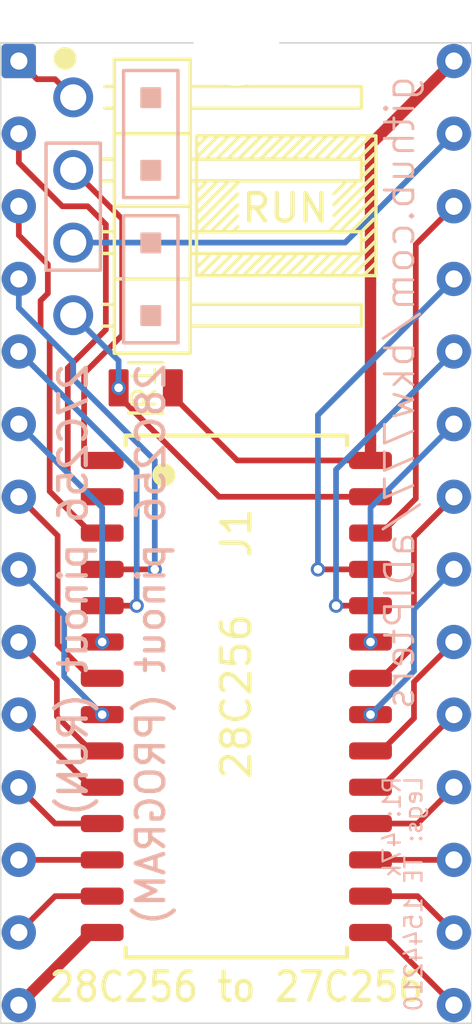
<source format=kicad_pcb>
(kicad_pcb (version 20171130) (host pcbnew 5.1.9-73d0e3b20d~88~ubuntu20.10.1)

  (general
    (thickness 1.6)
    (drawings 84)
    (tracks 110)
    (zones 0)
    (modules 5)
    (nets 31)
  )

  (page USLetter)
  (title_block
    (title "28C256 SOIC to 27C256 DIP")
    (date 2021-03-16)
    (rev 004)
    (company "Bran. K. White - b.kenyon.w@gmail.com")
  )

  (layers
    (0 F.Cu signal)
    (31 B.Cu signal)
    (32 B.Adhes user hide)
    (33 F.Adhes user hide)
    (34 B.Paste user hide)
    (35 F.Paste user hide)
    (36 B.SilkS user)
    (37 F.SilkS user)
    (38 B.Mask user hide)
    (39 F.Mask user hide)
    (40 Dwgs.User user hide)
    (41 Cmts.User user hide)
    (42 Eco1.User user hide)
    (43 Eco2.User user hide)
    (44 Edge.Cuts user)
    (45 Margin user hide)
    (46 B.CrtYd user hide)
    (47 F.CrtYd user hide)
    (48 B.Fab user hide)
    (49 F.Fab user hide)
  )

  (setup
    (last_trace_width 0.2)
    (user_trace_width 0.4)
    (trace_clearance 0.2)
    (zone_clearance 0.2)
    (zone_45_only no)
    (trace_min 0.2)
    (via_size 0.5)
    (via_drill 0.3)
    (via_min_size 0.5)
    (via_min_drill 0.3)
    (user_via 0.92 0.4)
    (uvia_size 0.5)
    (uvia_drill 0.3)
    (uvias_allowed no)
    (uvia_min_size 0.5)
    (uvia_min_drill 0.3)
    (edge_width 0.05)
    (segment_width 0.2)
    (pcb_text_width 0.3)
    (pcb_text_size 1.5 1.5)
    (mod_edge_width 0.12)
    (mod_text_size 1 1)
    (mod_text_width 0.15)
    (pad_size 2 2)
    (pad_drill 2)
    (pad_to_mask_clearance 0)
    (solder_mask_min_width 0.22)
    (aux_axis_origin 0 0)
    (grid_origin 136.03 103.81)
    (visible_elements FFFFFF7F)
    (pcbplotparams
      (layerselection 0x010f0_ffffffff)
      (usegerberextensions true)
      (usegerberattributes false)
      (usegerberadvancedattributes false)
      (creategerberjobfile false)
      (excludeedgelayer true)
      (linewidth 0.100000)
      (plotframeref false)
      (viasonmask false)
      (mode 1)
      (useauxorigin false)
      (hpglpennumber 1)
      (hpglpenspeed 20)
      (hpglpendiameter 15.000000)
      (psnegative false)
      (psa4output false)
      (plotreference true)
      (plotvalue true)
      (plotinvisibletext false)
      (padsonsilk false)
      (subtractmaskfromsilk true)
      (outputformat 1)
      (mirror false)
      (drillshape 0)
      (scaleselection 1)
      (outputdirectory "GERBER_28C256_to_27C256_004"))
  )

  (net 0 "")
  (net 1 /VCC)
  (net 2 /GND)
  (net 3 /A14)
  (net 4 /D2)
  (net 5 /A13)
  (net 6 /D1)
  (net 7 /A8)
  (net 8 /D0)
  (net 9 /A9)
  (net 10 /A0)
  (net 11 /A11)
  (net 12 /A1)
  (net 13 /~OE)
  (net 14 /A2)
  (net 15 /A10)
  (net 16 /A3)
  (net 17 /~CE)
  (net 18 /A4)
  (net 19 /D7)
  (net 20 /A5)
  (net 21 /D6)
  (net 22 /A6)
  (net 23 /D5)
  (net 24 /A7)
  (net 25 /D4)
  (net 26 /A12)
  (net 27 /D3)
  (net 28 /~WE)
  (net 29 /A14_WE)
  (net 30 /NC_A14)

  (net_class Default "This is the default net class."
    (clearance 0.2)
    (trace_width 0.2)
    (via_dia 0.5)
    (via_drill 0.3)
    (uvia_dia 0.5)
    (uvia_drill 0.3)
    (add_net /A0)
    (add_net /A1)
    (add_net /A10)
    (add_net /A11)
    (add_net /A12)
    (add_net /A13)
    (add_net /A14)
    (add_net /A14_WE)
    (add_net /A2)
    (add_net /A3)
    (add_net /A4)
    (add_net /A5)
    (add_net /A6)
    (add_net /A7)
    (add_net /A8)
    (add_net /A9)
    (add_net /D0)
    (add_net /D1)
    (add_net /D2)
    (add_net /D3)
    (add_net /D4)
    (add_net /D5)
    (add_net /D6)
    (add_net /D7)
    (add_net /GND)
    (add_net /NC_A14)
    (add_net /VCC)
    (add_net /~CE)
    (add_net /~OE)
    (add_net /~WE)
  )

  (module 000_LOCAL:R_0805 (layer F.Cu) (tedit 5F9E65BE) (tstamp 60516C21)
    (at 132.855 98.73)
    (descr "Resistor SMD 0805, reflow soldering, Vishay (see dcrcw.pdf)")
    (tags "resistor 0805")
    (path /5E5D421C)
    (attr smd)
    (fp_text reference R1 (at -0.05 -0.02 -90) (layer F.SilkS)
      (effects (font (size 0.8 0.8) (thickness 0.1)))
    )
    (fp_text value 47k (at 0 1.75) (layer F.Fab)
      (effects (font (size 1 1) (thickness 0.15)))
    )
    (fp_line (start 1.55 0.9) (end -1.55 0.9) (layer F.CrtYd) (width 0.05))
    (fp_line (start 1.55 0.9) (end 1.55 -0.9) (layer F.CrtYd) (width 0.05))
    (fp_line (start -1.55 -0.9) (end -1.55 0.9) (layer F.CrtYd) (width 0.05))
    (fp_line (start -1.55 -0.9) (end 1.55 -0.9) (layer F.CrtYd) (width 0.05))
    (fp_line (start -0.6 -0.88) (end 0.6 -0.88) (layer F.SilkS) (width 0.12))
    (fp_line (start 0.6 0.88) (end -0.6 0.88) (layer F.SilkS) (width 0.12))
    (fp_line (start -1 -0.62) (end 1 -0.62) (layer F.Fab) (width 0.1))
    (fp_line (start 1 -0.62) (end 1 0.62) (layer F.Fab) (width 0.1))
    (fp_line (start 1 0.62) (end -1 0.62) (layer F.Fab) (width 0.1))
    (fp_line (start -1 0.62) (end -1 -0.62) (layer F.Fab) (width 0.1))
    (fp_text user %R (at 0 0) (layer F.Fab)
      (effects (font (size 0.5 0.5) (thickness 0.075)))
    )
    (pad 1 smd roundrect (at -0.95 0) (size 0.7 1.3) (layers F.Cu F.Paste F.Mask) (roundrect_rratio 0.1)
      (net 28 /~WE))
    (pad 2 smd roundrect (at 0.95 0) (size 0.7 1.3) (layers F.Cu F.Paste F.Mask) (roundrect_rratio 0.1)
      (net 1 /VCC))
    (model ${KIPRJMOD}/000_LOCAL.pretty/packages3d/R_0805_2012Metric.step
      (at (xyz 0 0 0))
      (scale (xyz 1 1 1))
      (rotate (xyz 0 0 0))
    )
  )

  (module 000_LOCAL:DIP28_0.6_pcb_sil_pins (layer F.Cu) (tedit 5FC98BE5) (tstamp 5E63CDBB)
    (at 136.03 103.81)
    (descr "28-lead though-hole mounted DIP package, row spacing 15.24 mm (600 mils)")
    (tags "THT DIP DIL PDIP 2.54mm 15.24mm 600mil")
    (path /5E5C209E)
    (fp_text reference J1 (at 0 0 -90) (layer F.SilkS)
      (effects (font (size 1 1) (thickness 0.15)))
    )
    (fp_text value "27C256 DIP LEGS" (at -1.5 0 -90) (layer F.Fab)
      (effects (font (size 1 1) (thickness 0.15)))
    )
    (fp_line (start 8.22 -17.11) (end -8.22 -17.11) (layer F.CrtYd) (width 0.01))
    (fp_line (start 8.22 17.11) (end 8.22 -17.11) (layer F.CrtYd) (width 0.01))
    (fp_line (start -8.22 17.11) (end 8.22 17.11) (layer F.CrtYd) (width 0.01))
    (fp_line (start -8.22 -17.11) (end -8.22 17.11) (layer F.CrtYd) (width 0.01))
    (fp_text user %R (at 0 0 -90) (layer F.Fab)
      (effects (font (size 1 1) (thickness 0.15)))
    )
    (pad 1 thru_hole roundrect (at -7.62 -16.51) (size 1.2 1.2) (drill 0.6) (layers *.Cu *.Mask) (roundrect_rratio 0.1)
      (net 30 /NC_A14))
    (pad 15 thru_hole circle (at 7.62 16.51) (size 1.2 1.2) (drill 0.6) (layers *.Cu *.Mask)
      (net 27 /D3))
    (pad 2 thru_hole circle (at -7.62 -13.97) (size 1.2 1.2) (drill 0.6) (layers *.Cu *.Mask)
      (net 26 /A12))
    (pad 16 thru_hole circle (at 7.62 13.97) (size 1.2 1.2) (drill 0.6) (layers *.Cu *.Mask)
      (net 25 /D4))
    (pad 3 thru_hole circle (at -7.62 -11.43) (size 1.2 1.2) (drill 0.6) (layers *.Cu *.Mask)
      (net 24 /A7))
    (pad 17 thru_hole circle (at 7.62 11.43) (size 1.2 1.2) (drill 0.6) (layers *.Cu *.Mask)
      (net 23 /D5))
    (pad 4 thru_hole circle (at -7.62 -8.89) (size 1.2 1.2) (drill 0.6) (layers *.Cu *.Mask)
      (net 22 /A6))
    (pad 18 thru_hole circle (at 7.62 8.89) (size 1.2 1.2) (drill 0.6) (layers *.Cu *.Mask)
      (net 21 /D6))
    (pad 5 thru_hole circle (at -7.62 -6.35) (size 1.2 1.2) (drill 0.6) (layers *.Cu *.Mask)
      (net 20 /A5))
    (pad 19 thru_hole circle (at 7.62 6.35) (size 1.2 1.2) (drill 0.6) (layers *.Cu *.Mask)
      (net 19 /D7))
    (pad 6 thru_hole circle (at -7.62 -3.81) (size 1.2 1.2) (drill 0.6) (layers *.Cu *.Mask)
      (net 18 /A4))
    (pad 20 thru_hole circle (at 7.62 3.81) (size 1.2 1.2) (drill 0.6) (layers *.Cu *.Mask)
      (net 17 /~CE))
    (pad 7 thru_hole circle (at -7.62 -1.27) (size 1.2 1.2) (drill 0.6) (layers *.Cu *.Mask)
      (net 16 /A3))
    (pad 21 thru_hole circle (at 7.62 1.27) (size 1.2 1.2) (drill 0.6) (layers *.Cu *.Mask)
      (net 15 /A10))
    (pad 8 thru_hole circle (at -7.62 1.27) (size 1.2 1.2) (drill 0.6) (layers *.Cu *.Mask)
      (net 14 /A2))
    (pad 22 thru_hole circle (at 7.62 -1.27) (size 1.2 1.2) (drill 0.6) (layers *.Cu *.Mask)
      (net 13 /~OE))
    (pad 9 thru_hole circle (at -7.62 3.81) (size 1.2 1.2) (drill 0.6) (layers *.Cu *.Mask)
      (net 12 /A1))
    (pad 23 thru_hole circle (at 7.62 -3.81) (size 1.2 1.2) (drill 0.6) (layers *.Cu *.Mask)
      (net 11 /A11))
    (pad 10 thru_hole circle (at -7.62 6.35) (size 1.2 1.2) (drill 0.6) (layers *.Cu *.Mask)
      (net 10 /A0))
    (pad 24 thru_hole circle (at 7.62 -6.35) (size 1.2 1.2) (drill 0.6) (layers *.Cu *.Mask)
      (net 9 /A9))
    (pad 11 thru_hole circle (at -7.62 8.89) (size 1.2 1.2) (drill 0.6) (layers *.Cu *.Mask)
      (net 8 /D0))
    (pad 25 thru_hole circle (at 7.62 -8.89) (size 1.2 1.2) (drill 0.6) (layers *.Cu *.Mask)
      (net 7 /A8))
    (pad 12 thru_hole circle (at -7.62 11.43) (size 1.2 1.2) (drill 0.6) (layers *.Cu *.Mask)
      (net 6 /D1))
    (pad 26 thru_hole circle (at 7.62 -11.43) (size 1.2 1.2) (drill 0.6) (layers *.Cu *.Mask)
      (net 5 /A13))
    (pad 13 thru_hole circle (at -7.62 13.97) (size 1.2 1.2) (drill 0.6) (layers *.Cu *.Mask)
      (net 4 /D2))
    (pad 27 thru_hole circle (at 7.62 -13.97) (size 1.2 1.2) (drill 0.6) (layers *.Cu *.Mask)
      (net 29 /A14_WE))
    (pad 14 thru_hole circle (at -7.62 16.51) (size 1.2 1.2) (drill 0.6) (layers *.Cu *.Mask)
      (net 2 /GND))
    (pad 28 thru_hole circle (at 7.62 -16.51) (size 1.2 1.2) (drill 0.6) (layers *.Cu *.Mask)
      (net 1 /VCC))
    (model ${KIPRJMOD}/000_LOCAL.pretty/packages3d/DIL_LEG.step
      (offset (xyz -7.62 16.51 0.18))
      (scale (xyz 1 1 1))
      (rotate (xyz 0 0 0))
    )
    (model ${KIPRJMOD}/000_LOCAL.pretty/packages3d/DIL_LEG.step
      (offset (xyz -7.62 13.97 0.18))
      (scale (xyz 1 1 1))
      (rotate (xyz 0 0 0))
    )
    (model ${KIPRJMOD}/000_LOCAL.pretty/packages3d/DIL_LEG.step
      (offset (xyz -7.62 11.43 0.18))
      (scale (xyz 1 1 1))
      (rotate (xyz 0 0 0))
    )
    (model ${KIPRJMOD}/000_LOCAL.pretty/packages3d/DIL_LEG.step
      (offset (xyz -7.62 8.890000000000001 0.18))
      (scale (xyz 1 1 1))
      (rotate (xyz 0 0 0))
    )
    (model ${KIPRJMOD}/000_LOCAL.pretty/packages3d/DIL_LEG.step
      (offset (xyz -7.62 6.35 0.18))
      (scale (xyz 1 1 1))
      (rotate (xyz 0 0 0))
    )
    (model ${KIPRJMOD}/000_LOCAL.pretty/packages3d/DIL_LEG.step
      (offset (xyz -7.62 3.81 0.18))
      (scale (xyz 1 1 1))
      (rotate (xyz 0 0 0))
    )
    (model ${KIPRJMOD}/000_LOCAL.pretty/packages3d/DIL_LEG.step
      (offset (xyz -7.62 1.27 0.18))
      (scale (xyz 1 1 1))
      (rotate (xyz 0 0 0))
    )
    (model ${KIPRJMOD}/000_LOCAL.pretty/packages3d/DIL_LEG.step
      (offset (xyz -7.62 -1.27 0.18))
      (scale (xyz 1 1 1))
      (rotate (xyz 0 0 0))
    )
    (model ${KIPRJMOD}/000_LOCAL.pretty/packages3d/DIL_LEG.step
      (offset (xyz -7.62 -3.81 0.18))
      (scale (xyz 1 1 1))
      (rotate (xyz 0 0 0))
    )
    (model ${KIPRJMOD}/000_LOCAL.pretty/packages3d/DIL_LEG.step
      (offset (xyz -7.62 -6.35 0.18))
      (scale (xyz 1 1 1))
      (rotate (xyz 0 0 0))
    )
    (model ${KIPRJMOD}/000_LOCAL.pretty/packages3d/DIL_LEG.step
      (offset (xyz -7.62 -8.890000000000001 0.18))
      (scale (xyz 1 1 1))
      (rotate (xyz 0 0 0))
    )
    (model ${KIPRJMOD}/000_LOCAL.pretty/packages3d/DIL_LEG.step
      (offset (xyz -7.62 -11.43 0.18))
      (scale (xyz 1 1 1))
      (rotate (xyz 0 0 0))
    )
    (model ${KIPRJMOD}/000_LOCAL.pretty/packages3d/DIL_LEG.step
      (offset (xyz -7.62 -13.97 0.18))
      (scale (xyz 1 1 1))
      (rotate (xyz 0 0 0))
    )
    (model ${KIPRJMOD}/000_LOCAL.pretty/packages3d/DIL_LEG.step
      (offset (xyz -7.62 -16.51 0.18))
      (scale (xyz 1 1 1))
      (rotate (xyz 0 0 0))
    )
    (model ${KIPRJMOD}/000_LOCAL.pretty/packages3d/DIL_LEG.step
      (offset (xyz 7.62 -16.51 0.18))
      (scale (xyz 1 1 1))
      (rotate (xyz 0 0 0))
    )
    (model ${KIPRJMOD}/000_LOCAL.pretty/packages3d/DIL_LEG.step
      (offset (xyz 7.62 -13.97 0.18))
      (scale (xyz 1 1 1))
      (rotate (xyz 0 0 0))
    )
    (model ${KIPRJMOD}/000_LOCAL.pretty/packages3d/DIL_LEG.step
      (offset (xyz 7.62 -11.43 0.18))
      (scale (xyz 1 1 1))
      (rotate (xyz 0 0 0))
    )
    (model ${KIPRJMOD}/000_LOCAL.pretty/packages3d/DIL_LEG.step
      (offset (xyz 7.62 -8.890000000000001 0.18))
      (scale (xyz 1 1 1))
      (rotate (xyz 0 0 0))
    )
    (model ${KIPRJMOD}/000_LOCAL.pretty/packages3d/DIL_LEG.step
      (offset (xyz 7.62 -6.35 0.18))
      (scale (xyz 1 1 1))
      (rotate (xyz 0 0 0))
    )
    (model ${KIPRJMOD}/000_LOCAL.pretty/packages3d/DIL_LEG.step
      (offset (xyz 7.62 -3.81 0.18))
      (scale (xyz 1 1 1))
      (rotate (xyz 0 0 0))
    )
    (model ${KIPRJMOD}/000_LOCAL.pretty/packages3d/DIL_LEG.step
      (offset (xyz 7.62 -1.27 0.18))
      (scale (xyz 1 1 1))
      (rotate (xyz 0 0 0))
    )
    (model ${KIPRJMOD}/000_LOCAL.pretty/packages3d/DIL_LEG.step
      (offset (xyz 7.62 1.27 0.18))
      (scale (xyz 1 1 1))
      (rotate (xyz 0 0 0))
    )
    (model ${KIPRJMOD}/000_LOCAL.pretty/packages3d/DIL_LEG.step
      (offset (xyz 7.62 3.81 0.18))
      (scale (xyz 1 1 1))
      (rotate (xyz 0 0 0))
    )
    (model ${KIPRJMOD}/000_LOCAL.pretty/packages3d/DIL_LEG.step
      (offset (xyz 7.62 6.35 0.18))
      (scale (xyz 1 1 1))
      (rotate (xyz 0 0 0))
    )
    (model ${KIPRJMOD}/000_LOCAL.pretty/packages3d/DIL_LEG.step
      (offset (xyz 7.62 8.890000000000001 0.18))
      (scale (xyz 1 1 1))
      (rotate (xyz 0 0 0))
    )
    (model ${KIPRJMOD}/000_LOCAL.pretty/packages3d/DIL_LEG.step
      (offset (xyz 7.62 11.43 0.18))
      (scale (xyz 1 1 1))
      (rotate (xyz 0 0 0))
    )
    (model ${KIPRJMOD}/000_LOCAL.pretty/packages3d/DIL_LEG.step
      (offset (xyz 7.62 13.97 0.18))
      (scale (xyz 1 1 1))
      (rotate (xyz 0 0 0))
    )
    (model ${KIPRJMOD}/000_LOCAL.pretty/packages3d/DIL_LEG.step
      (offset (xyz 7.62 16.51 0.18))
      (scale (xyz 1 1 1))
      (rotate (xyz 0 0 0))
    )
  )

  (module 000_LOCAL:NPTH_3mm (layer F.Cu) (tedit 5F9F8D8C) (tstamp 5FCA0316)
    (at 136.03 86.665)
    (fp_text reference REF** (at 0 2.54) (layer F.SilkS) hide
      (effects (font (size 1.27 1.27) (thickness 0.127)))
    )
    (fp_text value NPTH_3mm (at 0 -2.54) (layer F.Fab)
      (effects (font (size 1.27 1.27) (thickness 0.0127)))
    )
    (pad "" np_thru_hole circle (at 0 0) (size 3 3) (drill 3) (layers *.Cu *.Mask))
  )

  (module 000_LOCAL:Pin_Header_Angled_1x04_Pitch2.54mm (layer F.Cu) (tedit 5E5EFA6B) (tstamp 5E63481E)
    (at 130.315 88.57)
    (descr "Through hole angled pin header, 1x04, 2.54mm pitch, 6mm pin length, single row")
    (tags "Through hole angled pin header THT 1x04 2.54mm single row")
    (path /5E638C0C)
    (fp_text reference JP1 (at 4.385 -2.27) (layer F.SilkS) hide
      (effects (font (size 1 1) (thickness 0.15)))
    )
    (fp_text value Jumper_3_Bridged12 (at 4.385 9.89) (layer F.Fab)
      (effects (font (size 1 1) (thickness 0.15)))
    )
    (fp_line (start 2.135 -1.27) (end 4.04 -1.27) (layer F.Fab) (width 0.1))
    (fp_line (start 4.04 -1.27) (end 4.04 8.89) (layer F.Fab) (width 0.1))
    (fp_line (start 4.04 8.89) (end 1.5 8.89) (layer F.Fab) (width 0.1))
    (fp_line (start 1.5 8.89) (end 1.5 -0.635) (layer F.Fab) (width 0.1))
    (fp_line (start 1.5 -0.635) (end 2.135 -1.27) (layer F.Fab) (width 0.1))
    (fp_line (start -0.32 -0.32) (end 1.5 -0.32) (layer F.Fab) (width 0.1))
    (fp_line (start -0.32 -0.32) (end -0.32 0.32) (layer F.Fab) (width 0.1))
    (fp_line (start -0.32 0.32) (end 1.5 0.32) (layer F.Fab) (width 0.1))
    (fp_line (start 4.04 -0.32) (end 10.04 -0.32) (layer F.Fab) (width 0.1))
    (fp_line (start 10.04 -0.32) (end 10.04 0.32) (layer F.Fab) (width 0.1))
    (fp_line (start 4.04 0.32) (end 10.04 0.32) (layer F.Fab) (width 0.1))
    (fp_line (start -0.32 2.22) (end 1.5 2.22) (layer F.Fab) (width 0.1))
    (fp_line (start -0.32 2.22) (end -0.32 2.86) (layer F.Fab) (width 0.1))
    (fp_line (start -0.32 2.86) (end 1.5 2.86) (layer F.Fab) (width 0.1))
    (fp_line (start 4.04 2.22) (end 10.04 2.22) (layer F.Fab) (width 0.1))
    (fp_line (start 10.04 2.22) (end 10.04 2.86) (layer F.Fab) (width 0.1))
    (fp_line (start 4.04 2.86) (end 10.04 2.86) (layer F.Fab) (width 0.1))
    (fp_line (start -0.32 4.76) (end 1.5 4.76) (layer F.Fab) (width 0.1))
    (fp_line (start -0.32 4.76) (end -0.32 5.4) (layer F.Fab) (width 0.1))
    (fp_line (start -0.32 5.4) (end 1.5 5.4) (layer F.Fab) (width 0.1))
    (fp_line (start 4.04 4.76) (end 10.04 4.76) (layer F.Fab) (width 0.1))
    (fp_line (start 10.04 4.76) (end 10.04 5.4) (layer F.Fab) (width 0.1))
    (fp_line (start 4.04 5.4) (end 10.04 5.4) (layer F.Fab) (width 0.1))
    (fp_line (start -0.32 7.3) (end 1.5 7.3) (layer F.Fab) (width 0.1))
    (fp_line (start -0.32 7.3) (end -0.32 7.94) (layer F.Fab) (width 0.1))
    (fp_line (start -0.32 7.94) (end 1.5 7.94) (layer F.Fab) (width 0.1))
    (fp_line (start 4.04 7.3) (end 10.04 7.3) (layer F.Fab) (width 0.1))
    (fp_line (start 10.04 7.3) (end 10.04 7.94) (layer F.Fab) (width 0.1))
    (fp_line (start 4.04 7.94) (end 10.04 7.94) (layer F.Fab) (width 0.1))
    (fp_line (start 1.44 -1.33) (end 1.44 8.95) (layer F.SilkS) (width 0.12))
    (fp_line (start 1.44 8.95) (end 4.1 8.95) (layer F.SilkS) (width 0.12))
    (fp_line (start 4.1 8.95) (end 4.1 -1.33) (layer F.SilkS) (width 0.12))
    (fp_line (start 4.1 -1.33) (end 1.44 -1.33) (layer F.SilkS) (width 0.12))
    (fp_line (start 4.1 -0.38) (end 10.1 -0.38) (layer F.SilkS) (width 0.12))
    (fp_line (start 10.1 -0.38) (end 10.1 0.38) (layer F.SilkS) (width 0.12))
    (fp_line (start 10.1 0.38) (end 4.1 0.38) (layer F.SilkS) (width 0.12))
    (fp_line (start 1.11 -0.38) (end 1.44 -0.38) (layer F.SilkS) (width 0.12))
    (fp_line (start 1.11 0.38) (end 1.44 0.38) (layer F.SilkS) (width 0.12))
    (fp_line (start 1.44 1.27) (end 4.1 1.27) (layer F.SilkS) (width 0.12))
    (fp_line (start 4.1 2.16) (end 10.1 2.16) (layer F.SilkS) (width 0.12))
    (fp_line (start 10.1 2.16) (end 10.1 2.92) (layer F.SilkS) (width 0.12))
    (fp_line (start 10.1 2.92) (end 4.1 2.92) (layer F.SilkS) (width 0.12))
    (fp_line (start 1.042929 2.16) (end 1.44 2.16) (layer F.SilkS) (width 0.12))
    (fp_line (start 1.042929 2.92) (end 1.44 2.92) (layer F.SilkS) (width 0.12))
    (fp_line (start 1.44 3.81) (end 4.1 3.81) (layer F.SilkS) (width 0.12))
    (fp_line (start 4.1 4.7) (end 10.1 4.7) (layer F.SilkS) (width 0.12))
    (fp_line (start 10.1 4.7) (end 10.1 5.46) (layer F.SilkS) (width 0.12))
    (fp_line (start 10.1 5.46) (end 4.1 5.46) (layer F.SilkS) (width 0.12))
    (fp_line (start 1.042929 4.7) (end 1.44 4.7) (layer F.SilkS) (width 0.12))
    (fp_line (start 1.042929 5.46) (end 1.44 5.46) (layer F.SilkS) (width 0.12))
    (fp_line (start 1.44 6.35) (end 4.1 6.35) (layer F.SilkS) (width 0.12))
    (fp_line (start 4.1 7.24) (end 10.1 7.24) (layer F.SilkS) (width 0.12))
    (fp_line (start 10.1 7.24) (end 10.1 8) (layer F.SilkS) (width 0.12))
    (fp_line (start 10.1 8) (end 4.1 8) (layer F.SilkS) (width 0.12))
    (fp_line (start 1.042929 7.24) (end 1.44 7.24) (layer F.SilkS) (width 0.12))
    (fp_line (start 1.042929 8) (end 1.44 8) (layer F.SilkS) (width 0.12))
    (fp_line (start -1.8 -1.8) (end -1.8 9.4) (layer F.CrtYd) (width 0.05))
    (fp_line (start -1.8 9.4) (end 10.55 9.4) (layer F.CrtYd) (width 0.05))
    (fp_line (start 10.55 9.4) (end 10.55 -1.8) (layer F.CrtYd) (width 0.05))
    (fp_line (start 10.55 -1.8) (end -1.8 -1.8) (layer F.CrtYd) (width 0.05))
    (fp_text user %R (at 2.77 3.81 90) (layer F.Fab)
      (effects (font (size 1 1) (thickness 0.15)))
    )
    (pad 1 thru_hole circle (at 0 0) (size 1.397 1.397) (drill 0.9144) (layers *.Cu *.Mask)
      (net 30 /NC_A14))
    (pad 2 thru_hole circle (at 0 2.54) (size 1.397 1.397) (drill 0.9144) (layers *.Cu *.Mask)
      (net 3 /A14))
    (pad 3 thru_hole circle (at 0 5.08) (size 1.397 1.397) (drill 0.9144) (layers *.Cu *.Mask)
      (net 29 /A14_WE))
    (pad 4 thru_hole circle (at 0 7.62) (size 1.397 1.397) (drill 0.9144) (layers *.Cu *.Mask)
      (net 28 /~WE))
    (model ${KIPRJMOD}/000_LOCAL.pretty/packages3d/PinHeader_1x04_P2.54mm_Horizontal.step
      (at (xyz 0 0 0))
      (scale (xyz 1 1 1))
      (rotate (xyz 0 0 0))
    )
  )

  (module 000_LOCAL:SOIC28W (layer F.Cu) (tedit 5E621887) (tstamp 605167C2)
    (at 136.03 109.525)
    (descr "28-Lead Plastic Small Outline (SO) - Wide, 7.50 mm Body [SOIC] (see Microchip Packaging Specification 00000049BS.pdf)")
    (tags "SOIC 1.27")
    (path /5E5B130A)
    (attr smd)
    (fp_text reference U1 (at 0 -10.05) (layer F.SilkS) hide
      (effects (font (size 1 1) (thickness 0.15)))
    )
    (fp_text value 28C256 (at 0 0 -90) (layer F.SilkS)
      (effects (font (size 1 1) (thickness 0.15)))
    )
    (fp_line (start -3.875 9.125) (end 3.875 9.125) (layer F.SilkS) (width 0.15))
    (fp_line (start -3.875 -9.125) (end 3.875 -9.125) (layer F.SilkS) (width 0.15))
    (fp_line (start -3.875 9.125) (end -3.875 8.78) (layer F.SilkS) (width 0.15))
    (fp_line (start 3.875 9.125) (end 3.875 8.78) (layer F.SilkS) (width 0.15))
    (fp_line (start 3.875 -9.125) (end 3.875 -8.78) (layer F.SilkS) (width 0.15))
    (fp_line (start -3.875 -9.125) (end -3.875 -8.78) (layer F.SilkS) (width 0.15))
    (fp_line (start -5.95 9.3) (end 5.95 9.3) (layer F.CrtYd) (width 0.05))
    (fp_line (start -5.95 -9.3) (end 5.95 -9.3) (layer F.CrtYd) (width 0.05))
    (fp_line (start 5.95 -9.3) (end 5.95 9.3) (layer F.CrtYd) (width 0.05))
    (fp_line (start -5.95 -9.3) (end -5.95 9.3) (layer F.CrtYd) (width 0.05))
    (fp_line (start -3.75 -7.95) (end -2.75 -8.95) (layer F.Fab) (width 0.15))
    (fp_line (start -3.75 8.95) (end -3.75 -7.95) (layer F.Fab) (width 0.15))
    (fp_line (start 3.75 8.95) (end -3.75 8.95) (layer F.Fab) (width 0.15))
    (fp_line (start 3.75 -8.95) (end 3.75 8.95) (layer F.Fab) (width 0.15))
    (fp_line (start -2.75 -8.95) (end 3.75 -8.95) (layer F.Fab) (width 0.15))
    (fp_circle (center -2.54 -7.747) (end -2.3368 -7.747) (layer F.SilkS) (width 0.4064))
    (fp_text user %R (at -0.01 1.61) (layer F.Fab)
      (effects (font (size 1 1) (thickness 0.15)))
    )
    (pad 28 smd roundrect (at 4.7 -8.255) (size 1.5 0.6) (layers F.Cu F.Paste F.Mask) (roundrect_rratio 0.25)
      (net 1 /VCC))
    (pad 27 smd roundrect (at 4.7 -6.985) (size 1.5 0.6) (layers F.Cu F.Paste F.Mask) (roundrect_rratio 0.25)
      (net 28 /~WE))
    (pad 26 smd roundrect (at 4.7 -5.715) (size 1.5 0.6) (layers F.Cu F.Paste F.Mask) (roundrect_rratio 0.25)
      (net 5 /A13))
    (pad 25 smd roundrect (at 4.7 -4.445) (size 1.5 0.6) (layers F.Cu F.Paste F.Mask) (roundrect_rratio 0.25)
      (net 7 /A8))
    (pad 24 smd roundrect (at 4.7 -3.175) (size 1.5 0.6) (layers F.Cu F.Paste F.Mask) (roundrect_rratio 0.25)
      (net 9 /A9))
    (pad 23 smd roundrect (at 4.7 -1.905) (size 1.5 0.6) (layers F.Cu F.Paste F.Mask) (roundrect_rratio 0.25)
      (net 11 /A11))
    (pad 22 smd roundrect (at 4.7 -0.635) (size 1.5 0.6) (layers F.Cu F.Paste F.Mask) (roundrect_rratio 0.25)
      (net 13 /~OE))
    (pad 21 smd roundrect (at 4.7 0.635) (size 1.5 0.6) (layers F.Cu F.Paste F.Mask) (roundrect_rratio 0.25)
      (net 15 /A10))
    (pad 20 smd roundrect (at 4.7 1.905) (size 1.5 0.6) (layers F.Cu F.Paste F.Mask) (roundrect_rratio 0.25)
      (net 17 /~CE))
    (pad 19 smd roundrect (at 4.7 3.175) (size 1.5 0.6) (layers F.Cu F.Paste F.Mask) (roundrect_rratio 0.25)
      (net 19 /D7))
    (pad 18 smd roundrect (at 4.7 4.445) (size 1.5 0.6) (layers F.Cu F.Paste F.Mask) (roundrect_rratio 0.25)
      (net 21 /D6))
    (pad 17 smd roundrect (at 4.7 5.715) (size 1.5 0.6) (layers F.Cu F.Paste F.Mask) (roundrect_rratio 0.25)
      (net 23 /D5))
    (pad 16 smd roundrect (at 4.7 6.985) (size 1.5 0.6) (layers F.Cu F.Paste F.Mask) (roundrect_rratio 0.25)
      (net 25 /D4))
    (pad 15 smd roundrect (at 4.7 8.255) (size 1.5 0.6) (layers F.Cu F.Paste F.Mask) (roundrect_rratio 0.25)
      (net 27 /D3))
    (pad 14 smd roundrect (at -4.7 8.255) (size 1.5 0.6) (layers F.Cu F.Paste F.Mask) (roundrect_rratio 0.25)
      (net 2 /GND))
    (pad 13 smd roundrect (at -4.7 6.985) (size 1.5 0.6) (layers F.Cu F.Paste F.Mask) (roundrect_rratio 0.25)
      (net 4 /D2))
    (pad 12 smd roundrect (at -4.7 5.715) (size 1.5 0.6) (layers F.Cu F.Paste F.Mask) (roundrect_rratio 0.25)
      (net 6 /D1))
    (pad 11 smd roundrect (at -4.7 4.445) (size 1.5 0.6) (layers F.Cu F.Paste F.Mask) (roundrect_rratio 0.25)
      (net 8 /D0))
    (pad 10 smd roundrect (at -4.7 3.175) (size 1.5 0.6) (layers F.Cu F.Paste F.Mask) (roundrect_rratio 0.25)
      (net 10 /A0))
    (pad 9 smd roundrect (at -4.7 1.905) (size 1.5 0.6) (layers F.Cu F.Paste F.Mask) (roundrect_rratio 0.25)
      (net 12 /A1))
    (pad 8 smd roundrect (at -4.7 0.635) (size 1.5 0.6) (layers F.Cu F.Paste F.Mask) (roundrect_rratio 0.25)
      (net 14 /A2))
    (pad 7 smd roundrect (at -4.7 -0.635) (size 1.5 0.6) (layers F.Cu F.Paste F.Mask) (roundrect_rratio 0.25)
      (net 16 /A3))
    (pad 6 smd roundrect (at -4.7 -1.905) (size 1.5 0.6) (layers F.Cu F.Paste F.Mask) (roundrect_rratio 0.25)
      (net 18 /A4))
    (pad 5 smd roundrect (at -4.7 -3.175) (size 1.5 0.6) (layers F.Cu F.Paste F.Mask) (roundrect_rratio 0.25)
      (net 20 /A5))
    (pad 4 smd roundrect (at -4.7 -4.445) (size 1.5 0.6) (layers F.Cu F.Paste F.Mask) (roundrect_rratio 0.25)
      (net 22 /A6))
    (pad 3 smd roundrect (at -4.7 -5.715) (size 1.5 0.6) (layers F.Cu F.Paste F.Mask) (roundrect_rratio 0.25)
      (net 24 /A7))
    (pad 2 smd roundrect (at -4.7 -6.985) (size 1.5 0.6) (layers F.Cu F.Paste F.Mask) (roundrect_rratio 0.25)
      (net 26 /A12))
    (pad 1 smd roundrect (at -4.7 -8.255) (size 1.5 0.6) (layers F.Cu F.Paste F.Mask) (roundrect_rratio 0.25)
      (net 3 /A14))
    (model ${KIPRJMOD}/000_LOCAL.pretty/packages3d/SOIC28W.step
      (at (xyz 0 0 0))
      (scale (xyz 1 1 1))
      (rotate (xyz 0 0 0))
    )
  )

  (gr_text github.com/bkw777/aDIPters (at 141.7574 98.9076 -270) (layer B.SilkS)
    (effects (font (size 1 1) (thickness 0.1)) (justify mirror))
  )
  (gr_line (start 134.6835 91.821) (end 134.9375 91.567) (layer F.SilkS) (width 0.12))
  (gr_line (start 134.6835 92.202) (end 135.3185 91.567) (layer F.SilkS) (width 0.12))
  (gr_line (start 134.6835 92.583) (end 135.6995 91.567) (layer F.SilkS) (width 0.12))
  (gr_line (start 134.6835 92.964) (end 136.0805 91.567) (layer F.SilkS) (width 0.12))
  (gr_line (start 134.8105 93.218) (end 136.0805 91.948) (layer F.SilkS) (width 0.12))
  (gr_line (start 135.1915 93.218) (end 136.0805 92.329) (layer F.SilkS) (width 0.12))
  (gr_line (start 135.5725 93.218) (end 136.0805 92.71) (layer F.SilkS) (width 0.12))
  (gr_line (start 135.9535 93.218) (end 136.0805 93.091) (layer F.SilkS) (width 0.12))
  (gr_line (start 134.6835 94.488) (end 135.0645 94.107) (layer F.SilkS) (width 0.12))
  (gr_line (start 134.8105 94.742) (end 135.4455 94.107) (layer F.SilkS) (width 0.12))
  (gr_line (start 135.1915 94.742) (end 135.8265 94.107) (layer F.SilkS) (width 0.12))
  (gr_line (start 135.5725 94.742) (end 136.2075 94.107) (layer F.SilkS) (width 0.12))
  (gr_line (start 135.9535 94.742) (end 136.5885 94.107) (layer F.SilkS) (width 0.12))
  (gr_line (start 136.3345 94.742) (end 136.9695 94.107) (layer F.SilkS) (width 0.12))
  (gr_line (start 136.7155 94.742) (end 137.3505 94.107) (layer F.SilkS) (width 0.12))
  (gr_line (start 137.0965 94.742) (end 137.7315 94.107) (layer F.SilkS) (width 0.12))
  (gr_line (start 137.4775 94.742) (end 138.1125 94.107) (layer F.SilkS) (width 0.12))
  (gr_line (start 137.8585 94.742) (end 138.4935 94.107) (layer F.SilkS) (width 0.12))
  (gr_line (start 138.2395 94.742) (end 138.8745 94.107) (layer F.SilkS) (width 0.12))
  (gr_line (start 138.6205 94.742) (end 139.2555 94.107) (layer F.SilkS) (width 0.12))
  (gr_line (start 139.0015 94.742) (end 139.6365 94.107) (layer F.SilkS) (width 0.12))
  (gr_line (start 139.3825 94.742) (end 140.0175 94.107) (layer F.SilkS) (width 0.12))
  (gr_line (start 140.9195 94.361) (end 140.5385 94.742) (layer F.SilkS) (width 0.12))
  (gr_line (start 140.9195 93.98) (end 140.1575 94.742) (layer F.SilkS) (width 0.12))
  (gr_line (start 140.9065 93.599) (end 139.7635 94.742) (layer F.SilkS) (width 0.12))
  (gr_line (start 140.856 93.218) (end 140.475 93.599) (layer F.SilkS) (width 0.12))
  (gr_line (start 140.843 92.837) (end 140.462 93.218) (layer F.SilkS) (width 0.12))
  (gr_line (start 140.856 92.456) (end 140.094 93.218) (layer F.SilkS) (width 0.12))
  (gr_line (start 140.843 91.694) (end 139.319 93.218) (layer F.SilkS) (width 0.12))
  (gr_line (start 139.7 93.218) (end 140.843 92.075) (layer F.SilkS) (width 0.12))
  (gr_line (start 139.446 91.948) (end 139.827 91.567) (layer F.SilkS) (width 0.12))
  (gr_line (start 139.446 92.329) (end 140.208 91.567) (layer F.SilkS) (width 0.12))
  (gr_line (start 140.843 91.313) (end 139.446 92.71) (layer F.SilkS) (width 0.12))
  (gr_line (start 140.856 90.932) (end 140.475 91.313) (layer F.SilkS) (width 0.12))
  (gr_line (start 140.856 90.551) (end 140.475 90.932) (layer F.SilkS) (width 0.12))
  (gr_line (start 140.856 90.17) (end 140.348 90.678) (layer F.SilkS) (width 0.12))
  (gr_line (start 140.729 89.916) (end 139.967 90.678) (layer F.SilkS) (width 0.12))
  (gr_line (start 140.348 89.916) (end 139.586 90.678) (layer F.SilkS) (width 0.12))
  (gr_line (start 139.967 89.916) (end 139.205 90.678) (layer F.SilkS) (width 0.12))
  (gr_line (start 139.586 89.916) (end 138.824 90.678) (layer F.SilkS) (width 0.12))
  (gr_line (start 139.205 89.916) (end 138.443 90.678) (layer F.SilkS) (width 0.12))
  (gr_line (start 138.824 89.916) (end 138.062 90.678) (layer F.SilkS) (width 0.12))
  (gr_line (start 138.443 89.916) (end 137.681 90.678) (layer F.SilkS) (width 0.12))
  (gr_line (start 138.062 89.916) (end 137.3 90.678) (layer F.SilkS) (width 0.12))
  (gr_line (start 137.681 89.916) (end 136.919 90.678) (layer F.SilkS) (width 0.12))
  (gr_line (start 137.3 89.916) (end 136.538 90.678) (layer F.SilkS) (width 0.12))
  (gr_line (start 136.919 89.916) (end 136.157 90.678) (layer F.SilkS) (width 0.12))
  (gr_line (start 136.538 89.916) (end 135.776 90.678) (layer F.SilkS) (width 0.12))
  (gr_line (start 136.157 89.916) (end 135.395 90.678) (layer F.SilkS) (width 0.12))
  (gr_line (start 135.776 89.916) (end 135.014 90.678) (layer F.SilkS) (width 0.12))
  (gr_line (start 134.633 90.678) (end 135.395 89.916) (layer F.SilkS) (width 0.12))
  (gr_line (start 134.633 90.297) (end 135.014 89.916) (layer F.SilkS) (width 0.12))
  (gr_line (start 140.9195 89.916) (end 134.633 89.916) (layer F.SilkS) (width 0.12) (tstamp 5E63D031))
  (gr_line (start 140.9195 94.8055) (end 140.9195 89.916) (layer F.SilkS) (width 0.12))
  (gr_line (start 134.633 94.8055) (end 140.9195 94.8055) (layer F.SilkS) (width 0.12))
  (gr_line (start 134.633 89.916) (end 134.633 94.8055) (layer F.SilkS) (width 0.12))
  (gr_text "28C256 pinout (PROGRAM)" (at 133.0325 97.79 -270) (layer B.SilkS) (tstamp 5E63CE1A)
    (effects (font (size 0.9652 0.9652) (thickness 0.1524)) (justify left mirror))
  )
  (gr_text "27C256 pinout (RUN)" (at 130.315 97.79 -270) (layer B.SilkS)
    (effects (font (size 0.9652 0.9652) (thickness 0.1524)) (justify left mirror))
  )
  (gr_line (start 132.08 87.63) (end 133.985 87.63) (layer B.SilkS) (width 0.12) (tstamp 5E63CE0E))
  (gr_line (start 132.08 92.075) (end 132.08 87.63) (layer B.SilkS) (width 0.12))
  (gr_line (start 133.985 92.075) (end 132.08 92.075) (layer B.SilkS) (width 0.12))
  (gr_line (start 133.985 87.63) (end 133.985 92.075) (layer B.SilkS) (width 0.12))
  (gr_line (start 132.08 92.71) (end 133.985 92.71) (layer B.SilkS) (width 0.12) (tstamp 5E63CE0D))
  (gr_line (start 132.08 97.155) (end 132.08 92.71) (layer B.SilkS) (width 0.12))
  (gr_line (start 133.985 97.155) (end 132.08 97.155) (layer B.SilkS) (width 0.12))
  (gr_line (start 133.985 92.71) (end 133.985 97.155) (layer B.SilkS) (width 0.12))
  (gr_line (start 131.2675 94.615) (end 131.2675 90.17) (layer B.SilkS) (width 0.12) (tstamp 5E63CE0C))
  (gr_line (start 129.3625 94.615) (end 131.2675 94.615) (layer B.SilkS) (width 0.12))
  (gr_line (start 129.3625 90.17) (end 129.3625 94.615) (layer B.SilkS) (width 0.12))
  (gr_line (start 131.2675 90.17) (end 129.3625 90.17) (layer B.SilkS) (width 0.12))
  (gr_poly (pts (xy 133.35 96.52) (xy 132.715 96.52) (xy 132.715 95.885) (xy 133.35 95.885)) (layer B.SilkS) (width 0.1))
  (gr_poly (pts (xy 133.35 93.98) (xy 132.715 93.98) (xy 132.715 93.345) (xy 133.35 93.345)) (layer B.SilkS) (width 0.1))
  (gr_poly (pts (xy 133.35 91.44) (xy 132.715 91.44) (xy 132.715 90.805) (xy 133.35 90.805)) (layer B.SilkS) (width 0.1))
  (gr_poly (pts (xy 133.35 88.9) (xy 132.715 88.9) (xy 132.715 88.265) (xy 133.35 88.265)) (layer B.SilkS) (width 0.1))
  (gr_text RUN (at 137.7445 92.4435) (layer F.SilkS)
    (effects (font (size 0.9652 0.9652) (thickness 0.1524)))
  )
  (gr_text "28C256 to 27C256" (at 136.03 119.685) (layer F.SilkS) (tstamp 5E438E65)
    (effects (font (size 1 0.9) (thickness 0.15)))
  )
  (gr_line (start 127.775 120.955) (end 127.775 86.665) (layer Edge.Cuts) (width 0.05) (tstamp 5E36F1C6))
  (gr_line (start 144.285 86.665) (end 144.285 120.955) (layer Edge.Cuts) (width 0.05) (tstamp 5E36F1C5))
  (gr_line (start 127.775 86.665) (end 144.285 86.665) (layer Edge.Cuts) (width 0.05))
  (gr_line (start 127.775 120.955) (end 144.285 120.955) (layer Edge.Cuts) (width 0.05))
  (gr_text "R1: 47k" (at 141.478 112.268 90) (layer B.SilkS) (tstamp 5E369BB7)
    (effects (font (size 0.6 0.6) (thickness 0.08)) (justify left mirror))
  )
  (gr_circle (center 130.03 87.21) (end 130.23 87.21) (layer F.SilkS) (width 0.4))
  (gr_text "Legs: TE 1544210" (at 142.24 112.268 90) (layer B.SilkS) (tstamp 5E253AF7)
    (effects (font (size 0.6 0.6) (thickness 0.08)) (justify left mirror))
  )

  (segment (start 140.73 90.22) (end 143.65 87.3) (width 0.4) (layer F.Cu) (net 1))
  (segment (start 140.73 101.27) (end 140.73 90.22) (width 0.4) (layer F.Cu) (net 1))
  (segment (start 133.805 99.0145) (end 133.805 98.73) (width 0.2) (layer F.Cu) (net 1))
  (segment (start 136.0605 101.27) (end 133.805 99.0145) (width 0.2) (layer F.Cu) (net 1))
  (segment (start 140.73 101.27) (end 136.0605 101.27) (width 0.2) (layer F.Cu) (net 1))
  (segment (start 130.95 117.78) (end 131.33 117.78) (width 0.4) (layer F.Cu) (net 2))
  (segment (start 128.41 120.32) (end 130.95 117.78) (width 0.4) (layer F.Cu) (net 2))
  (segment (start 132.0295 92.8245) (end 130.315 91.11) (width 0.2) (layer F.Cu) (net 3))
  (segment (start 132.0295 96.8885) (end 132.0295 92.8245) (width 0.2) (layer F.Cu) (net 3))
  (segment (start 130.696 98.222) (end 132.0295 96.8885) (width 0.2) (layer F.Cu) (net 3))
  (segment (start 130.696 101.27) (end 130.696 98.222) (width 0.2) (layer F.Cu) (net 3))
  (segment (start 131.33 101.27) (end 130.696 101.27) (width 0.2) (layer F.Cu) (net 3))
  (segment (start 129.68 116.51) (end 128.41 117.78) (width 0.2) (layer F.Cu) (net 4))
  (segment (start 131.33 116.51) (end 129.68 116.51) (width 0.2) (layer F.Cu) (net 4))
  (segment (start 141.11 103.81) (end 142.3165 102.6035) (width 0.2) (layer F.Cu) (net 5))
  (segment (start 142.3165 93.7135) (end 143.65 92.38) (width 0.2) (layer F.Cu) (net 5))
  (segment (start 142.3165 102.6035) (end 142.3165 93.7135) (width 0.2) (layer F.Cu) (net 5))
  (segment (start 140.73 103.81) (end 141.11 103.81) (width 0.2) (layer F.Cu) (net 5))
  (segment (start 131.33 115.24) (end 128.41 115.24) (width 0.2) (layer F.Cu) (net 6))
  (segment (start 138.8875 99.6825) (end 143.65 94.92) (width 0.2) (layer B.Cu) (net 7))
  (segment (start 138.8875 105.08) (end 138.8875 99.6825) (width 0.2) (layer B.Cu) (net 7))
  (via (at 138.8875 105.08) (size 0.5) (drill 0.3) (layers F.Cu B.Cu) (net 7))
  (segment (start 138.8875 105.08) (end 140.73 105.08) (width 0.2) (layer F.Cu) (net 7))
  (segment (start 129.68 113.97) (end 131.33 113.97) (width 0.2) (layer F.Cu) (net 8))
  (segment (start 128.41 112.7) (end 129.68 113.97) (width 0.2) (layer F.Cu) (net 8))
  (segment (start 139.5225 101.5875) (end 143.65 97.46) (width 0.2) (layer B.Cu) (net 9))
  (segment (start 139.5225 106.35) (end 139.5225 101.5875) (width 0.2) (layer B.Cu) (net 9))
  (via (at 139.5225 106.35) (size 0.5) (drill 0.3) (layers F.Cu B.Cu) (net 9))
  (segment (start 139.5225 106.35) (end 140.73 106.35) (width 0.2) (layer F.Cu) (net 9))
  (segment (start 130.95 112.7) (end 128.41 110.16) (width 0.2) (layer F.Cu) (net 10))
  (segment (start 131.33 112.7) (end 130.95 112.7) (width 0.2) (layer F.Cu) (net 10))
  (segment (start 140.73 107.62) (end 140.73 102.92) (width 0.2) (layer B.Cu) (net 11))
  (segment (start 140.73 102.92) (end 143.65 100) (width 0.2) (layer B.Cu) (net 11))
  (via (at 140.73 107.62) (size 0.5) (drill 0.3) (layers F.Cu B.Cu) (net 11))
  (segment (start 129.7432 108.9532) (end 128.41 107.62) (width 0.2) (layer F.Cu) (net 12))
  (segment (start 129.7432 110.2232) (end 129.7432 108.9532) (width 0.2) (layer F.Cu) (net 12))
  (segment (start 130.95 111.43) (end 129.7432 110.2232) (width 0.2) (layer F.Cu) (net 12))
  (segment (start 131.33 111.43) (end 130.95 111.43) (width 0.2) (layer F.Cu) (net 12))
  (segment (start 142.253 103.937) (end 143.65 102.54) (width 0.2) (layer F.Cu) (net 13))
  (segment (start 142.253 107.747) (end 142.253 103.937) (width 0.2) (layer F.Cu) (net 13))
  (segment (start 141.11 108.89) (end 142.253 107.747) (width 0.2) (layer F.Cu) (net 13))
  (segment (start 140.73 108.89) (end 141.11 108.89) (width 0.2) (layer F.Cu) (net 13))
  (segment (start 129.9975 106.6675) (end 128.41 105.08) (width 0.2) (layer B.Cu) (net 14))
  (segment (start 129.9975 108.8275) (end 129.9975 106.6675) (width 0.2) (layer B.Cu) (net 14))
  (segment (start 131.33 110.16) (end 129.9975 108.8275) (width 0.2) (layer B.Cu) (net 14))
  (via (at 131.33 110.16) (size 0.5) (drill 0.3) (layers F.Cu B.Cu) (net 14))
  (via (at 140.73 110.16) (size 0.5) (drill 0.3) (layers F.Cu B.Cu) (net 15))
  (segment (start 142.253 106.477) (end 143.65 105.08) (width 0.2) (layer B.Cu) (net 15))
  (segment (start 142.253 108.637) (end 142.253 106.477) (width 0.2) (layer B.Cu) (net 15))
  (segment (start 140.73 110.16) (end 142.253 108.637) (width 0.2) (layer B.Cu) (net 15))
  (segment (start 129.7686 103.8986) (end 128.41 102.54) (width 0.2) (layer F.Cu) (net 16))
  (segment (start 129.7686 107.7086) (end 129.7686 103.8986) (width 0.2) (layer F.Cu) (net 16))
  (segment (start 130.95 108.89) (end 129.7686 107.7086) (width 0.2) (layer F.Cu) (net 16))
  (segment (start 131.33 108.89) (end 130.95 108.89) (width 0.2) (layer F.Cu) (net 16))
  (segment (start 142.253 109.017) (end 143.65 107.62) (width 0.2) (layer F.Cu) (net 17))
  (segment (start 141.11 111.43) (end 142.253 110.287) (width 0.2) (layer F.Cu) (net 17))
  (segment (start 142.253 110.287) (end 142.253 109.017) (width 0.2) (layer F.Cu) (net 17))
  (segment (start 140.73 111.43) (end 141.11 111.43) (width 0.2) (layer F.Cu) (net 17))
  (segment (start 131.33 107.62) (end 131.33 102.92) (width 0.2) (layer B.Cu) (net 18))
  (segment (start 131.33 102.92) (end 128.41 100) (width 0.2) (layer B.Cu) (net 18))
  (via (at 131.33 107.62) (size 0.5) (drill 0.3) (layers F.Cu B.Cu) (net 18))
  (segment (start 141.11 112.7) (end 143.65 110.16) (width 0.2) (layer F.Cu) (net 19))
  (segment (start 140.73 112.7) (end 141.11 112.7) (width 0.2) (layer F.Cu) (net 19))
  (segment (start 132.5375 101.5875) (end 128.41 97.46) (width 0.2) (layer B.Cu) (net 20))
  (segment (start 132.5375 106.35) (end 132.5375 101.5875) (width 0.2) (layer B.Cu) (net 20))
  (via (at 132.5375 106.35) (size 0.5) (drill 0.3) (layers F.Cu B.Cu) (net 20))
  (segment (start 132.5375 106.35) (end 131.33 106.35) (width 0.2) (layer F.Cu) (net 20))
  (segment (start 142.38 113.97) (end 143.65 112.7) (width 0.2) (layer F.Cu) (net 21))
  (segment (start 140.73 113.97) (end 142.38 113.97) (width 0.2) (layer F.Cu) (net 21))
  (via (at 133.1725 105.08) (size 0.5) (drill 0.3) (layers F.Cu B.Cu) (net 22))
  (segment (start 133.1725 105.08) (end 131.33 105.08) (width 0.2) (layer F.Cu) (net 22))
  (segment (start 128.41 95.936) (end 128.41 94.92) (width 0.2) (layer B.Cu) (net 22))
  (segment (start 130.315 97.841) (end 128.41 95.936) (width 0.2) (layer B.Cu) (net 22))
  (segment (start 130.315 98.4125) (end 130.315 97.841) (width 0.2) (layer B.Cu) (net 22))
  (segment (start 133.1725 101.27) (end 130.315 98.4125) (width 0.2) (layer B.Cu) (net 22))
  (segment (start 133.1725 105.08) (end 133.1725 101.27) (width 0.2) (layer B.Cu) (net 22))
  (segment (start 140.73 115.24) (end 143.65 115.24) (width 0.2) (layer F.Cu) (net 23))
  (segment (start 128.41 93.396) (end 128.41 92.38) (width 0.2) (layer F.Cu) (net 24))
  (segment (start 129.426 94.412) (end 128.41 93.396) (width 0.2) (layer F.Cu) (net 24))
  (segment (start 129.426 95.428) (end 129.426 94.412) (width 0.2) (layer F.Cu) (net 24))
  (segment (start 129.172 95.682) (end 129.426 95.428) (width 0.2) (layer F.Cu) (net 24))
  (segment (start 129.172 96.698) (end 129.172 95.682) (width 0.2) (layer F.Cu) (net 24))
  (segment (start 129.4895 102.3495) (end 129.4895 97.0155) (width 0.2) (layer F.Cu) (net 24))
  (segment (start 129.4895 97.0155) (end 129.172 96.698) (width 0.2) (layer F.Cu) (net 24))
  (segment (start 130.95 103.81) (end 129.4895 102.3495) (width 0.2) (layer F.Cu) (net 24))
  (segment (start 131.33 103.81) (end 130.95 103.81) (width 0.2) (layer F.Cu) (net 24))
  (segment (start 142.38 116.51) (end 143.65 117.78) (width 0.2) (layer F.Cu) (net 25))
  (segment (start 140.73 116.51) (end 142.38 116.51) (width 0.2) (layer F.Cu) (net 25))
  (segment (start 130.1245 98.0315) (end 130.1245 101.7145) (width 0.2) (layer F.Cu) (net 26))
  (segment (start 131.458 96.698) (end 130.1245 98.0315) (width 0.2) (layer F.Cu) (net 26))
  (segment (start 130.823 92.38) (end 131.458 93.015) (width 0.2) (layer F.Cu) (net 26))
  (segment (start 129.934 92.38) (end 130.823 92.38) (width 0.2) (layer F.Cu) (net 26))
  (segment (start 130.95 102.54) (end 131.33 102.54) (width 0.2) (layer F.Cu) (net 26))
  (segment (start 130.1245 101.7145) (end 130.95 102.54) (width 0.2) (layer F.Cu) (net 26))
  (segment (start 131.458 93.015) (end 131.458 96.698) (width 0.2) (layer F.Cu) (net 26))
  (segment (start 128.41 90.856) (end 129.934 92.38) (width 0.2) (layer F.Cu) (net 26))
  (segment (start 128.41 89.84) (end 128.41 90.856) (width 0.2) (layer F.Cu) (net 26))
  (segment (start 141.11 117.78) (end 140.73 117.78) (width 0.2) (layer F.Cu) (net 27))
  (segment (start 143.65 120.32) (end 141.11 117.78) (width 0.2) (layer F.Cu) (net 27))
  (segment (start 131.905 97.78) (end 130.315 96.19) (width 0.2) (layer B.Cu) (net 28))
  (segment (start 131.905 98.73) (end 131.905 97.78) (width 0.2) (layer B.Cu) (net 28))
  (via (at 131.905 98.73) (size 0.5) (drill 0.3) (layers F.Cu B.Cu) (net 28))
  (segment (start 135.42675 102.54) (end 140.73 102.54) (width 0.2) (layer F.Cu) (net 28))
  (segment (start 131.905 99.01825) (end 135.42675 102.54) (width 0.2) (layer F.Cu) (net 28))
  (segment (start 131.905 98.73) (end 131.905 99.01825) (width 0.2) (layer F.Cu) (net 28))
  (segment (start 139.84 93.65) (end 130.315 93.65) (width 0.2) (layer B.Cu) (net 29))
  (segment (start 143.65 89.84) (end 139.84 93.65) (width 0.2) (layer B.Cu) (net 29))
  (segment (start 129.045 87.935) (end 128.41 87.3) (width 0.2) (layer F.Cu) (net 30))
  (segment (start 129.68 87.935) (end 129.045 87.935) (width 0.2) (layer F.Cu) (net 30))
  (segment (start 130.315 88.57) (end 129.68 87.935) (width 0.2) (layer F.Cu) (net 30))

)

</source>
